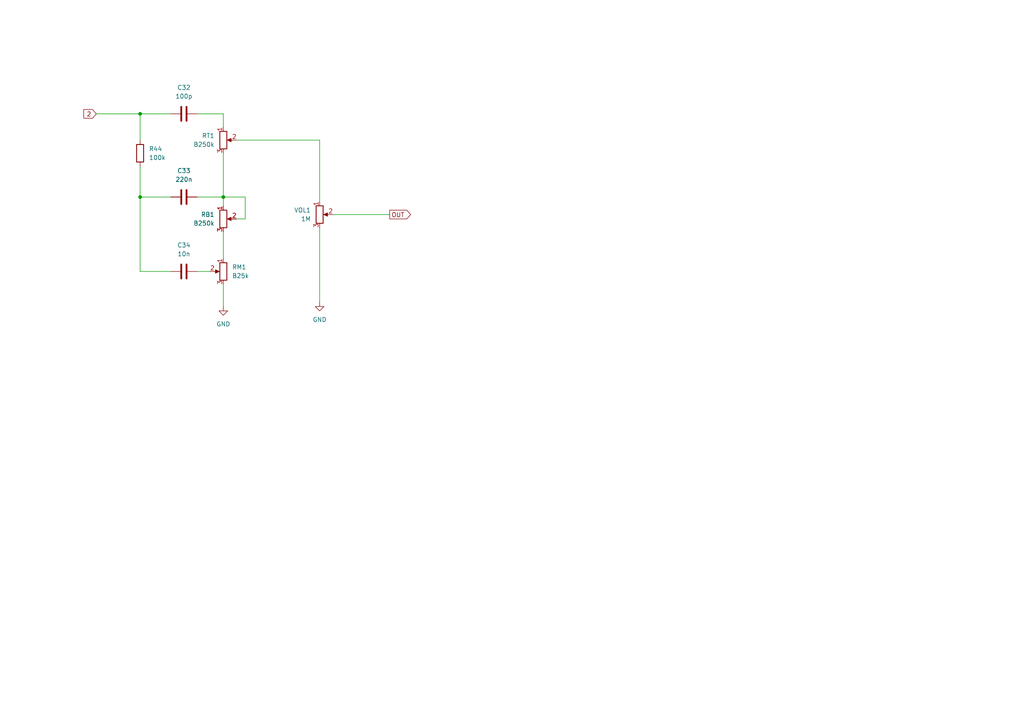
<source format=kicad_sch>
(kicad_sch (version 20250114) (generator "eeschema") (generator_version "9.0")
  (paper "A4")
  (lib_symbols
    (symbol "Device:C" (pin_numbers (hide yes)) (pin_names (offset 0.254))
      (property "Reference" "C" (at 0.635 2.54 0))
      (property "Value" "C" (at 0.635 -2.54 0))
      (symbol "C_0_1"
        (polyline (pts (xy -2.032 0.762) (xy 2.032 0.762)) (stroke (width 0.508)))
        (polyline (pts (xy -2.032 -0.762) (xy 2.032 -0.762)) (stroke (width 0.508)))
      )
      (symbol "C_1_1"
        (pin passive line (at 0 3.81 270) (length 2.794) (name "~") (number "1"))
        (pin passive line (at 0 -3.81 90) (length 2.794) (name "~") (number "2"))
      )
    )
    (symbol "Device:R" (pin_numbers (hide yes)) (pin_names (offset 0))
      (property "Reference" "R" (at 2.032 0 90))
      (property "Value" "R" (at 0 0 90))
      (symbol "R_0_1"
        (rectangle (start -1.016 -2.54) (end 1.016 2.54) (stroke (width 0.254)))
      )
      (symbol "R_1_1"
        (pin passive line (at 0 3.81 270) (length 1.27) (name "~") (number "1"))
        (pin passive line (at 0 -3.81 90) (length 1.27) (name "~") (number "2"))
      )
    )
    (symbol "Device:R_Potentiometer" (pin_names (offset 1.016) (hide yes))
      (property "Reference" "RV" (at -4.445 0 90))
      (property "Value" "R_Potentiometer" (at -2.54 0 90))
      (symbol "R_Potentiometer_0_1"
        (rectangle (start 1.016 2.54) (end -1.016 -2.54) (stroke (width 0.254)))
        (polyline (pts (xy 1.143 0) (xy 2.286 0.508) (xy 2.286 -0.508) (xy 1.143 0)) (fill (type outline)))
        (polyline (pts (xy 2.54 0) (xy 1.524 0)))
      )
      (symbol "R_Potentiometer_1_1"
        (pin passive line (at 0 3.81 270) (length 1.27) (name "1") (number "1"))
        (pin passive line (at 0 -3.81 90) (length 1.27) (name "3") (number "3"))
        (pin passive line (at 3.81 0 180) (length 1.27) (name "2") (number "2"))
      )
    )
    (symbol "power:GND" (power) (pin_numbers (hide yes)) (pin_names (offset 0) (hide yes))
      (property "Value" "GND" (at 0 -3.81 0))
      (symbol "GND_0_1"
        (polyline (pts (xy 0 0) (xy 0 -1.27) (xy 1.27 -1.27) (xy 0 -2.54) (xy -1.27 -1.27) (xy 0 -1.27)))
      )
      (symbol "GND_1_1"
        (pin power_in line (at 0 0 270) (length 0) (name "~") (number "1"))
      )
    )
  )
  (junction (at 64.77 57.15))
  (junction (at 40.64 33.02))
  (junction (at 40.64 57.15))
  (wire (pts (xy 64.77 82.55) (xy 64.77 88.9)))
  (wire (pts (xy 64.77 44.45) (xy 64.77 57.15)))
  (wire (pts (xy 71.12 63.5) (xy 71.12 57.15)))
  (wire (pts (xy 57.15 78.74) (xy 60.96 78.74)))
  (wire (pts (xy 40.64 57.15) (xy 40.64 78.74)))
  (wire (pts (xy 64.77 33.02) (xy 64.77 36.83)))
  (wire (pts (xy 57.15 57.15) (xy 64.77 57.15)))
  (wire (pts (xy 40.64 48.26) (xy 40.64 57.15)))
  (wire (pts (xy 40.64 78.74) (xy 49.53 78.74)))
  (wire (pts (xy 92.71 66.04) (xy 92.71 87.63)))
  (wire (pts (xy 71.12 63.5) (xy 68.58 63.5)))
  (wire (pts (xy 40.64 33.02) (xy 49.53 33.02)))
  (wire (pts (xy 92.71 40.64) (xy 92.71 58.42)))
  (wire (pts (xy 71.12 57.15) (xy 64.77 57.15)))
  (wire (pts (xy 68.58 40.64) (xy 92.71 40.64)))
  (wire (pts (xy 57.15 33.02) (xy 64.77 33.02)))
  (wire (pts (xy 96.52 62.23) (xy 113.03 62.23)))
  (wire (pts (xy 40.64 57.15) (xy 49.53 57.15)))
  (wire (pts (xy 40.64 33.02) (xy 40.64 40.64)))
  (wire (pts (xy 64.77 57.15) (xy 64.77 59.69)))
  (wire (pts (xy 27.94 33.02) (xy 40.64 33.02)))
  (wire (pts (xy 64.77 67.31) (xy 64.77 74.93)))
  (global_label "OUT" (shape output) (at 113.03 62.23 0) (property "Intersheetrefs" "${INTERSHEET_REFS}" (effects (hide yes))))
  (global_label "2" (shape input) (at 27.94 33.02 180) (property "Intersheetrefs" "${INTERSHEET_REFS}" (effects (hide yes))))
  (symbol (lib_id "Device:R_Potentiometer") (at 92.71 62.23 0) (unit 1)
    (property "Reference" "VOL1" (at 90.17 60.9599 0) (effects (justify right)))
    (property "Value" "1M" (at 90.17 63.4999 0) (effects (justify right)))
    (property "Description" "Potentiometer" (effects (hide yes)))
  )
  (symbol (lib_id "Device:R_Potentiometer") (at 64.77 40.64 0) (unit 1)
    (property "Reference" "RT1" (at 62.23 39.3699 0) (effects (justify right)))
    (property "Value" "B250k" (at 62.23 41.9099 0) (effects (justify right)))
    (property "Description" "Potentiometer" (effects (hide yes)))
  )
  (symbol (lib_id "power:GND") (at 92.71 87.63 0) (unit 1)
    (property "Reference" "#PWR040" (effects (hide yes)))
    (property "Value" "GND" (at 92.71 92.71 0))
    (property "Description" "Power symbol creates a global label with name \"GND\" , ground" (effects (hide yes)))
  )
  (symbol (lib_id "Device:C") (at 53.34 78.74 90) (unit 1)
    (property "Reference" "C34" (at 53.34 71.12 90))
    (property "Value" "10n" (at 53.34 73.66 90))
    (property "Description" "Unpolarized capacitor" (effects (hide yes)))
  )
  (symbol (lib_id "Device:C") (at 53.34 33.02 90) (unit 1)
    (property "Reference" "C32" (at 53.34 25.4 90))
    (property "Value" "100p" (at 53.34 27.94 90))
    (property "Description" "Unpolarized capacitor" (effects (hide yes)))
  )
  (symbol (lib_id "Device:R") (at 40.64 44.45 0) (unit 1)
    (property "Reference" "R44" (at 43.18 43.1799 0) (effects (justify left)))
    (property "Value" "100k" (at 43.18 45.7199 0) (effects (justify left)))
    (property "Description" "Resistor" (effects (hide yes)))
  )
  (symbol (lib_id "Device:C") (at 53.34 57.15 90) (unit 1)
    (property "Reference" "C33" (at 53.34 49.53 90))
    (property "Value" "220n" (at 53.34 52.07 90))
    (property "Description" "Unpolarized capacitor" (effects (hide yes)))
  )
  (symbol (lib_id "Device:R_Potentiometer") (at 64.77 63.5 0) (unit 1)
    (property "Reference" "RB1" (at 62.23 62.2299 0) (effects (justify right)))
    (property "Value" "B250k" (at 62.23 64.7699 0) (effects (justify right)))
    (property "Description" "Potentiometer" (effects (hide yes)))
  )
  (symbol (lib_id "Device:R_Potentiometer") (at 64.77 78.74 0) (mirror y) (unit 1)
    (property "Reference" "RM1" (at 67.31 77.4699 0) (effects (justify right)))
    (property "Value" "B25k" (at 67.31 80.0099 0) (effects (justify right)))
    (property "Description" "Potentiometer" (effects (hide yes)))
  )
  (symbol (lib_id "power:GND") (at 64.77 88.9 0) (unit 1)
    (property "Reference" "#PWR051" (effects (hide yes)))
    (property "Value" "GND" (at 64.77 93.98 0))
    (property "Description" "Power symbol creates a global label with name \"GND\" , ground" (effects (hide yes)))
  )
)
</source>
